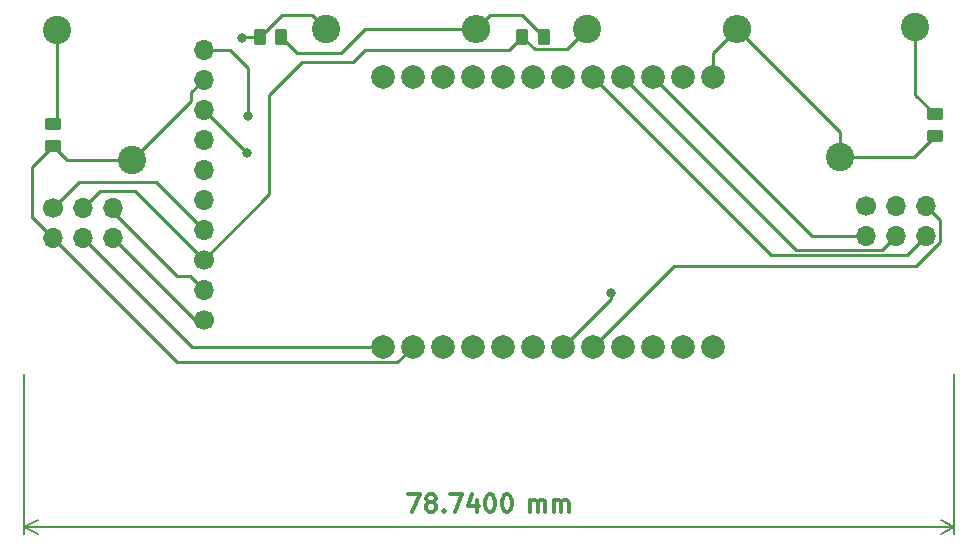
<source format=gbr>
%TF.GenerationSoftware,KiCad,Pcbnew,(7.0.0)*%
%TF.CreationDate,2023-12-04T19:22:37-08:00*%
%TF.ProjectId,Top_Board,546f705f-426f-4617-9264-2e6b69636164,0*%
%TF.SameCoordinates,Original*%
%TF.FileFunction,Copper,L2,Bot*%
%TF.FilePolarity,Positive*%
%FSLAX46Y46*%
G04 Gerber Fmt 4.6, Leading zero omitted, Abs format (unit mm)*
G04 Created by KiCad (PCBNEW (7.0.0)) date 2023-12-04 19:22:37*
%MOMM*%
%LPD*%
G01*
G04 APERTURE LIST*
G04 Aperture macros list*
%AMRoundRect*
0 Rectangle with rounded corners*
0 $1 Rounding radius*
0 $2 $3 $4 $5 $6 $7 $8 $9 X,Y pos of 4 corners*
0 Add a 4 corners polygon primitive as box body*
4,1,4,$2,$3,$4,$5,$6,$7,$8,$9,$2,$3,0*
0 Add four circle primitives for the rounded corners*
1,1,$1+$1,$2,$3*
1,1,$1+$1,$4,$5*
1,1,$1+$1,$6,$7*
1,1,$1+$1,$8,$9*
0 Add four rect primitives between the rounded corners*
20,1,$1+$1,$2,$3,$4,$5,0*
20,1,$1+$1,$4,$5,$6,$7,0*
20,1,$1+$1,$6,$7,$8,$9,0*
20,1,$1+$1,$8,$9,$2,$3,0*%
%AMHorizOval*
0 Thick line with rounded ends*
0 $1 width*
0 $2 $3 position (X,Y) of the first rounded end (center of the circle)*
0 $4 $5 position (X,Y) of the second rounded end (center of the circle)*
0 Add line between two ends*
20,1,$1,$2,$3,$4,$5,0*
0 Add two circle primitives to create the rounded ends*
1,1,$1,$2,$3*
1,1,$1,$4,$5*%
G04 Aperture macros list end*
%ADD10C,0.300000*%
%TA.AperFunction,NonConductor*%
%ADD11C,0.300000*%
%TD*%
%TA.AperFunction,NonConductor*%
%ADD12C,0.200000*%
%TD*%
%TA.AperFunction,ComponentPad*%
%ADD13C,2.000000*%
%TD*%
%TA.AperFunction,ComponentPad*%
%ADD14C,2.400000*%
%TD*%
%TA.AperFunction,ComponentPad*%
%ADD15HorizOval,2.400000X0.000000X0.000000X0.000000X0.000000X0*%
%TD*%
%TA.AperFunction,ComponentPad*%
%ADD16C,1.700000*%
%TD*%
%TA.AperFunction,ComponentPad*%
%ADD17O,1.700000X1.700000*%
%TD*%
%TA.AperFunction,SMDPad,CuDef*%
%ADD18RoundRect,0.250000X-0.450000X0.262500X-0.450000X-0.262500X0.450000X-0.262500X0.450000X0.262500X0*%
%TD*%
%TA.AperFunction,SMDPad,CuDef*%
%ADD19RoundRect,0.250000X-0.262500X-0.450000X0.262500X-0.450000X0.262500X0.450000X-0.262500X0.450000X0*%
%TD*%
%TA.AperFunction,ComponentPad*%
%ADD20HorizOval,2.400000X0.000000X0.000000X0.000000X0.000000X0*%
%TD*%
%TA.AperFunction,ComponentPad*%
%ADD21O,2.400000X2.400000*%
%TD*%
%TA.AperFunction,ViaPad*%
%ADD22C,0.800000*%
%TD*%
%TA.AperFunction,Conductor*%
%ADD23C,0.250000*%
%TD*%
G04 APERTURE END LIST*
D10*
D11*
X145650647Y-120441071D02*
X146650647Y-120441071D01*
X146650647Y-120441071D02*
X146007790Y-121941071D01*
X147436361Y-121083928D02*
X147293504Y-121012500D01*
X147293504Y-121012500D02*
X147222075Y-120941071D01*
X147222075Y-120941071D02*
X147150647Y-120798214D01*
X147150647Y-120798214D02*
X147150647Y-120726785D01*
X147150647Y-120726785D02*
X147222075Y-120583928D01*
X147222075Y-120583928D02*
X147293504Y-120512500D01*
X147293504Y-120512500D02*
X147436361Y-120441071D01*
X147436361Y-120441071D02*
X147722075Y-120441071D01*
X147722075Y-120441071D02*
X147864933Y-120512500D01*
X147864933Y-120512500D02*
X147936361Y-120583928D01*
X147936361Y-120583928D02*
X148007790Y-120726785D01*
X148007790Y-120726785D02*
X148007790Y-120798214D01*
X148007790Y-120798214D02*
X147936361Y-120941071D01*
X147936361Y-120941071D02*
X147864933Y-121012500D01*
X147864933Y-121012500D02*
X147722075Y-121083928D01*
X147722075Y-121083928D02*
X147436361Y-121083928D01*
X147436361Y-121083928D02*
X147293504Y-121155357D01*
X147293504Y-121155357D02*
X147222075Y-121226785D01*
X147222075Y-121226785D02*
X147150647Y-121369642D01*
X147150647Y-121369642D02*
X147150647Y-121655357D01*
X147150647Y-121655357D02*
X147222075Y-121798214D01*
X147222075Y-121798214D02*
X147293504Y-121869642D01*
X147293504Y-121869642D02*
X147436361Y-121941071D01*
X147436361Y-121941071D02*
X147722075Y-121941071D01*
X147722075Y-121941071D02*
X147864933Y-121869642D01*
X147864933Y-121869642D02*
X147936361Y-121798214D01*
X147936361Y-121798214D02*
X148007790Y-121655357D01*
X148007790Y-121655357D02*
X148007790Y-121369642D01*
X148007790Y-121369642D02*
X147936361Y-121226785D01*
X147936361Y-121226785D02*
X147864933Y-121155357D01*
X147864933Y-121155357D02*
X147722075Y-121083928D01*
X148650646Y-121798214D02*
X148722075Y-121869642D01*
X148722075Y-121869642D02*
X148650646Y-121941071D01*
X148650646Y-121941071D02*
X148579218Y-121869642D01*
X148579218Y-121869642D02*
X148650646Y-121798214D01*
X148650646Y-121798214D02*
X148650646Y-121941071D01*
X149222075Y-120441071D02*
X150222075Y-120441071D01*
X150222075Y-120441071D02*
X149579218Y-121941071D01*
X151436361Y-120941071D02*
X151436361Y-121941071D01*
X151079218Y-120369642D02*
X150722075Y-121441071D01*
X150722075Y-121441071D02*
X151650646Y-121441071D01*
X152507789Y-120441071D02*
X152650646Y-120441071D01*
X152650646Y-120441071D02*
X152793503Y-120512500D01*
X152793503Y-120512500D02*
X152864932Y-120583928D01*
X152864932Y-120583928D02*
X152936360Y-120726785D01*
X152936360Y-120726785D02*
X153007789Y-121012500D01*
X153007789Y-121012500D02*
X153007789Y-121369642D01*
X153007789Y-121369642D02*
X152936360Y-121655357D01*
X152936360Y-121655357D02*
X152864932Y-121798214D01*
X152864932Y-121798214D02*
X152793503Y-121869642D01*
X152793503Y-121869642D02*
X152650646Y-121941071D01*
X152650646Y-121941071D02*
X152507789Y-121941071D01*
X152507789Y-121941071D02*
X152364932Y-121869642D01*
X152364932Y-121869642D02*
X152293503Y-121798214D01*
X152293503Y-121798214D02*
X152222074Y-121655357D01*
X152222074Y-121655357D02*
X152150646Y-121369642D01*
X152150646Y-121369642D02*
X152150646Y-121012500D01*
X152150646Y-121012500D02*
X152222074Y-120726785D01*
X152222074Y-120726785D02*
X152293503Y-120583928D01*
X152293503Y-120583928D02*
X152364932Y-120512500D01*
X152364932Y-120512500D02*
X152507789Y-120441071D01*
X153936360Y-120441071D02*
X154079217Y-120441071D01*
X154079217Y-120441071D02*
X154222074Y-120512500D01*
X154222074Y-120512500D02*
X154293503Y-120583928D01*
X154293503Y-120583928D02*
X154364931Y-120726785D01*
X154364931Y-120726785D02*
X154436360Y-121012500D01*
X154436360Y-121012500D02*
X154436360Y-121369642D01*
X154436360Y-121369642D02*
X154364931Y-121655357D01*
X154364931Y-121655357D02*
X154293503Y-121798214D01*
X154293503Y-121798214D02*
X154222074Y-121869642D01*
X154222074Y-121869642D02*
X154079217Y-121941071D01*
X154079217Y-121941071D02*
X153936360Y-121941071D01*
X153936360Y-121941071D02*
X153793503Y-121869642D01*
X153793503Y-121869642D02*
X153722074Y-121798214D01*
X153722074Y-121798214D02*
X153650645Y-121655357D01*
X153650645Y-121655357D02*
X153579217Y-121369642D01*
X153579217Y-121369642D02*
X153579217Y-121012500D01*
X153579217Y-121012500D02*
X153650645Y-120726785D01*
X153650645Y-120726785D02*
X153722074Y-120583928D01*
X153722074Y-120583928D02*
X153793503Y-120512500D01*
X153793503Y-120512500D02*
X153936360Y-120441071D01*
X155979216Y-121941071D02*
X155979216Y-120941071D01*
X155979216Y-121083928D02*
X156050645Y-121012500D01*
X156050645Y-121012500D02*
X156193502Y-120941071D01*
X156193502Y-120941071D02*
X156407788Y-120941071D01*
X156407788Y-120941071D02*
X156550645Y-121012500D01*
X156550645Y-121012500D02*
X156622074Y-121155357D01*
X156622074Y-121155357D02*
X156622074Y-121941071D01*
X156622074Y-121155357D02*
X156693502Y-121012500D01*
X156693502Y-121012500D02*
X156836359Y-120941071D01*
X156836359Y-120941071D02*
X157050645Y-120941071D01*
X157050645Y-120941071D02*
X157193502Y-121012500D01*
X157193502Y-121012500D02*
X157264931Y-121155357D01*
X157264931Y-121155357D02*
X157264931Y-121941071D01*
X157979216Y-121941071D02*
X157979216Y-120941071D01*
X157979216Y-121083928D02*
X158050645Y-121012500D01*
X158050645Y-121012500D02*
X158193502Y-120941071D01*
X158193502Y-120941071D02*
X158407788Y-120941071D01*
X158407788Y-120941071D02*
X158550645Y-121012500D01*
X158550645Y-121012500D02*
X158622074Y-121155357D01*
X158622074Y-121155357D02*
X158622074Y-121941071D01*
X158622074Y-121155357D02*
X158693502Y-121012500D01*
X158693502Y-121012500D02*
X158836359Y-120941071D01*
X158836359Y-120941071D02*
X159050645Y-120941071D01*
X159050645Y-120941071D02*
X159193502Y-121012500D01*
X159193502Y-121012500D02*
X159264931Y-121155357D01*
X159264931Y-121155357D02*
X159264931Y-121941071D01*
D12*
X191899218Y-110228000D02*
X191899218Y-123776420D01*
X113159218Y-110228000D02*
X113159218Y-123776420D01*
X191899218Y-123190000D02*
X113159218Y-123190000D01*
X191899218Y-123190000D02*
X113159218Y-123190000D01*
X191899218Y-123190000D02*
X190772714Y-123776421D01*
X191899218Y-123190000D02*
X190772714Y-122603579D01*
X113159218Y-123190000D02*
X114285722Y-122603579D01*
X113159218Y-123190000D02*
X114285722Y-123776421D01*
D13*
%TO.P,U1,1,3v*%
%TO.N,3V*%
X171450000Y-107950000D03*
%TO.P,U1,2,1*%
%TO.N,unconnected-(U1-1-Pad2)*%
X168910000Y-107950000D03*
%TO.P,U1,3,2*%
%TO.N,unconnected-(U1-2-Pad3)*%
X166370000Y-107950000D03*
%TO.P,U1,4,3*%
%TO.N,unconnected-(U1-3-Pad4)*%
X163830000Y-107950000D03*
%TO.P,U1,5,10*%
%TO.N,D10*%
X161290000Y-107950000D03*
%TO.P,U1,6,11*%
%TO.N,D11*%
X158750000Y-107950000D03*
%TO.P,U1,7,12*%
%TO.N,SDA*%
X156210000Y-107950000D03*
%TO.P,U1,8,13*%
%TO.N,SCL*%
X153670000Y-107950000D03*
%TO.P,U1,9,NC*%
%TO.N,unconnected-(U1-NC-Pad9)*%
X151130000Y-107950000D03*
%TO.P,U1,10,NC*%
%TO.N,unconnected-(U1-NC-Pad10)*%
X148590000Y-107950000D03*
%TO.P,U1,11,GND*%
%TO.N,GND*%
X146050000Y-107950000D03*
%TO.P,U1,12,5V*%
%TO.N,5V*%
X143510000Y-107950000D03*
%TO.P,U1,13,GND*%
%TO.N,GND*%
X171450000Y-85088136D03*
%TO.P,U1,14,GND*%
X168910000Y-85088136D03*
%TO.P,U1,15,43*%
%TO.N,D43*%
X166370000Y-85088136D03*
%TO.P,U1,16,44*%
%TO.N,D44*%
X163830000Y-85088136D03*
%TO.P,U1,17,18*%
%TO.N,D18*%
X161290000Y-85088136D03*
%TO.P,U1,18,17*%
%TO.N,D17*%
X158750000Y-85088136D03*
%TO.P,U1,19,21*%
%TO.N,unconnected-(U1-21-Pad19)*%
X156210000Y-85088136D03*
%TO.P,U1,20,16*%
%TO.N,unconnected-(U1-16-Pad20)*%
X153670000Y-85088136D03*
%TO.P,U1,21,NC*%
%TO.N,unconnected-(U1-NC-Pad21)*%
X151130000Y-85088136D03*
%TO.P,U1,22,GND*%
%TO.N,GND*%
X148590000Y-85088136D03*
%TO.P,U1,23,GND*%
X146050000Y-85088136D03*
%TO.P,U1,24,3v*%
%TO.N,unconnected-(U1-3v-Pad24)*%
X143510000Y-85088136D03*
%TD*%
D14*
%TO.P,R2,1*%
%TO.N,AN0*%
X188595000Y-80860739D03*
D15*
%TO.P,R2,2*%
%TO.N,GND*%
X182244999Y-91859261D03*
%TD*%
D16*
%TO.P,J2,1,Pin_1*%
%TO.N,AN3*%
X128342521Y-105641979D03*
D17*
%TO.P,J2,2,Pin_2*%
%TO.N,AN2*%
X128342520Y-103101978D03*
D16*
%TO.P,J2,3,Pin_3*%
%TO.N,AN1*%
X128342521Y-100561979D03*
D17*
%TO.P,J2,4,Pin_4*%
%TO.N,AN0*%
X128342520Y-98021978D03*
%TO.P,J2,5,Pin_5*%
%TO.N,unconnected-(J2-Pin_5-Pad5)*%
X128342520Y-95481978D03*
%TO.P,J2,6,Pin_6*%
%TO.N,unconnected-(J2-Pin_6-Pad6)*%
X128342520Y-92941978D03*
%TO.P,J2,7,Pin_7*%
%TO.N,SDA*%
X128342520Y-90401978D03*
%TO.P,J2,8,Pin_8*%
%TO.N,SCL*%
X128342520Y-87861978D03*
%TO.P,J2,9,Pin_9*%
%TO.N,GND*%
X128342520Y-85321978D03*
%TO.P,J2,10,Pin_10*%
%TO.N,3V*%
X128342520Y-82781978D03*
%TD*%
D18*
%TO.P,R4,1*%
%TO.N,AN2*%
X115570000Y-89107000D03*
%TO.P,R4,2*%
%TO.N,GND*%
X115570000Y-90932000D03*
%TD*%
D16*
%TO.P,J1,1,Pin_1*%
%TO.N,AN0*%
X115585000Y-96204000D03*
D17*
%TO.P,J1,2,Pin_2*%
%TO.N,GND*%
X115584999Y-98743999D03*
%TO.P,J1,3,Pin_3*%
%TO.N,AN1*%
X118124999Y-96203999D03*
%TO.P,J1,4,Pin_4*%
%TO.N,5V*%
X118124999Y-98743999D03*
%TO.P,J1,5,Pin_5*%
%TO.N,AN2*%
X120664999Y-96203999D03*
%TO.P,J1,6,Pin_6*%
%TO.N,AN3*%
X120664999Y-98743999D03*
%TD*%
D19*
%TO.P,R7,1*%
%TO.N,AN3*%
X133072500Y-81686400D03*
%TO.P,R7,2*%
%TO.N,GND*%
X134897500Y-81686400D03*
%TD*%
D16*
%TO.P,J4,1,Pin_1*%
%TO.N,D17*%
X184404000Y-96012000D03*
D17*
%TO.P,J4,2,Pin_2*%
%TO.N,D43*%
X184403999Y-98551999D03*
%TO.P,J4,3,Pin_3*%
%TO.N,D11*%
X186943999Y-96011999D03*
%TO.P,J4,4,Pin_4*%
%TO.N,D44*%
X186943999Y-98551999D03*
%TO.P,J4,5,Pin_5*%
%TO.N,D10*%
X189483999Y-96011999D03*
%TO.P,J4,6,Pin_6*%
%TO.N,D18*%
X189483999Y-98551999D03*
%TD*%
D18*
%TO.P,R1,1*%
%TO.N,AN0*%
X190246000Y-88241500D03*
%TO.P,R1,2*%
%TO.N,GND*%
X190246000Y-90066500D03*
%TD*%
D14*
%TO.P,R3,1*%
%TO.N,AN2*%
X115951000Y-81114739D03*
D20*
%TO.P,R3,2*%
%TO.N,GND*%
X122300999Y-92113261D03*
%TD*%
D14*
%TO.P,R6,1*%
%TO.N,AN1*%
X160782000Y-81026000D03*
D21*
%TO.P,R6,2*%
%TO.N,GND*%
X173481999Y-81025999D03*
%TD*%
D19*
%TO.P,R5,1*%
%TO.N,AN1*%
X155322900Y-81686400D03*
%TO.P,R5,2*%
%TO.N,GND*%
X157147900Y-81686400D03*
%TD*%
D14*
%TO.P,R8,1*%
%TO.N,AN3*%
X138684000Y-81026000D03*
D21*
%TO.P,R8,2*%
%TO.N,GND*%
X151383999Y-81025999D03*
%TD*%
D22*
%TO.N,AN3*%
X131572000Y-81788000D03*
%TO.N,SCL*%
X132000271Y-91519729D03*
%TO.N,D11*%
X162814000Y-103378000D03*
%TO.N,3V*%
X132080000Y-88392000D03*
%TD*%
D23*
%TO.N,GND*%
X113792000Y-97028000D02*
X113792000Y-92710000D01*
X151384000Y-81026000D02*
X152584000Y-79826000D01*
X126061000Y-109220000D02*
X126238000Y-109220000D01*
X171450000Y-83058000D02*
X173482000Y-81026000D01*
X113869000Y-97028000D02*
X113792000Y-97028000D01*
X126293000Y-109275000D02*
X144725000Y-109275000D01*
X136269100Y-83058000D02*
X139954000Y-83058000D01*
X155287500Y-79826000D02*
X157147900Y-81686400D01*
X115585000Y-98744000D02*
X126061000Y-109220000D01*
X115585000Y-98744000D02*
X113869000Y-97028000D01*
X190246000Y-90066500D02*
X188453238Y-91859262D01*
X144725000Y-109275000D02*
X146050000Y-107950000D01*
X116751262Y-92113262D02*
X122301000Y-92113262D01*
X128342521Y-85321979D02*
X127254000Y-86410500D01*
X115570000Y-90932000D02*
X116751262Y-92113262D01*
X182245000Y-91859262D02*
X182245000Y-89789000D01*
X134897500Y-81686400D02*
X136269100Y-83058000D01*
X127254000Y-86410500D02*
X127254000Y-87160262D01*
X113792000Y-92710000D02*
X115570000Y-90932000D01*
X152584000Y-79826000D02*
X155287500Y-79826000D01*
X127254000Y-87160262D02*
X122301000Y-92113262D01*
X182245000Y-89789000D02*
X173482000Y-81026000D01*
X139954000Y-83058000D02*
X141986000Y-81026000D01*
X141986000Y-81026000D02*
X151384000Y-81026000D01*
X126238000Y-109220000D02*
X126293000Y-109275000D01*
X171450000Y-85088136D02*
X171450000Y-83058000D01*
X188453238Y-91859262D02*
X182245000Y-91859262D01*
%TO.N,5V*%
X143510000Y-107950000D02*
X127331000Y-107950000D01*
X127331000Y-107950000D02*
X118125000Y-98744000D01*
%TO.N,AN3*%
X133072500Y-81686400D02*
X134932900Y-79826000D01*
X137484000Y-79826000D02*
X138684000Y-81026000D01*
X131673600Y-81686400D02*
X133072500Y-81686400D01*
X134932900Y-79826000D02*
X137484000Y-79826000D01*
X120665000Y-98744000D02*
X127562979Y-105641979D01*
X131572000Y-81788000D02*
X131673600Y-81686400D01*
X127562979Y-105641979D02*
X128342521Y-105641979D01*
%TO.N,AN2*%
X126056979Y-101926979D02*
X120665000Y-96535000D01*
X127167521Y-101926979D02*
X126056979Y-101926979D01*
X115951000Y-88726000D02*
X115570000Y-89107000D01*
X115951000Y-81114739D02*
X115951000Y-88726000D01*
X120665000Y-96535000D02*
X120665000Y-96204000D01*
X128342521Y-103101979D02*
X127167521Y-101926979D01*
%TO.N,AN1*%
X141986000Y-82804000D02*
X154205300Y-82804000D01*
X128342521Y-100561979D02*
X133858000Y-95046500D01*
X136652000Y-83820000D02*
X140970000Y-83820000D01*
X119587000Y-94742000D02*
X118125000Y-96204000D01*
X155322900Y-81686400D02*
X156347900Y-82711400D01*
X122522542Y-94742000D02*
X119587000Y-94742000D01*
X133858000Y-86614000D02*
X136652000Y-83820000D01*
X140970000Y-83820000D02*
X141986000Y-82804000D01*
X156347900Y-82711400D02*
X159096600Y-82711400D01*
X133858000Y-95046500D02*
X133858000Y-86614000D01*
X159096600Y-82711400D02*
X160782000Y-81026000D01*
X154205300Y-82804000D02*
X155322900Y-81686400D01*
X128342521Y-100561979D02*
X122522542Y-94742000D01*
%TO.N,AN0*%
X188595000Y-80860739D02*
X188595000Y-86590500D01*
X117809000Y-93980000D02*
X115585000Y-96204000D01*
X188595000Y-86590500D02*
X190246000Y-88241500D01*
X124300542Y-93980000D02*
X117809000Y-93980000D01*
X128342521Y-98021979D02*
X124300542Y-93980000D01*
%TO.N,SCL*%
X132000271Y-91519729D02*
X128342521Y-87861979D01*
%TO.N,D10*%
X190659000Y-99038701D02*
X188605701Y-101092000D01*
X168148000Y-101092000D02*
X161290000Y-107950000D01*
X189484000Y-96012000D02*
X190659000Y-97187000D01*
X190659000Y-97187000D02*
X190659000Y-99038701D01*
X188605701Y-101092000D02*
X168148000Y-101092000D01*
%TO.N,D11*%
X162814000Y-103886000D02*
X158750000Y-107950000D01*
X162814000Y-103378000D02*
X162814000Y-103886000D01*
%TO.N,D43*%
X184404000Y-98552000D02*
X179833864Y-98552000D01*
X179833864Y-98552000D02*
X166370000Y-85088136D01*
%TO.N,D44*%
X186944000Y-98552000D02*
X185769000Y-99727000D01*
X185769000Y-99727000D02*
X178468864Y-99727000D01*
X178468864Y-99727000D02*
X163830000Y-85088136D01*
%TO.N,D18*%
X187859000Y-100177000D02*
X176377000Y-100177000D01*
X176377000Y-100177000D02*
X175260000Y-99060000D01*
X175260000Y-99058136D02*
X161290000Y-85088136D01*
X175260000Y-99060000D02*
X175260000Y-99058136D01*
X189484000Y-98552000D02*
X187859000Y-100177000D01*
%TO.N,3V*%
X132080000Y-84328000D02*
X130533979Y-82781979D01*
X130533979Y-82781979D02*
X128342521Y-82781979D01*
X132080000Y-88392000D02*
X132080000Y-84328000D01*
%TD*%
M02*

</source>
